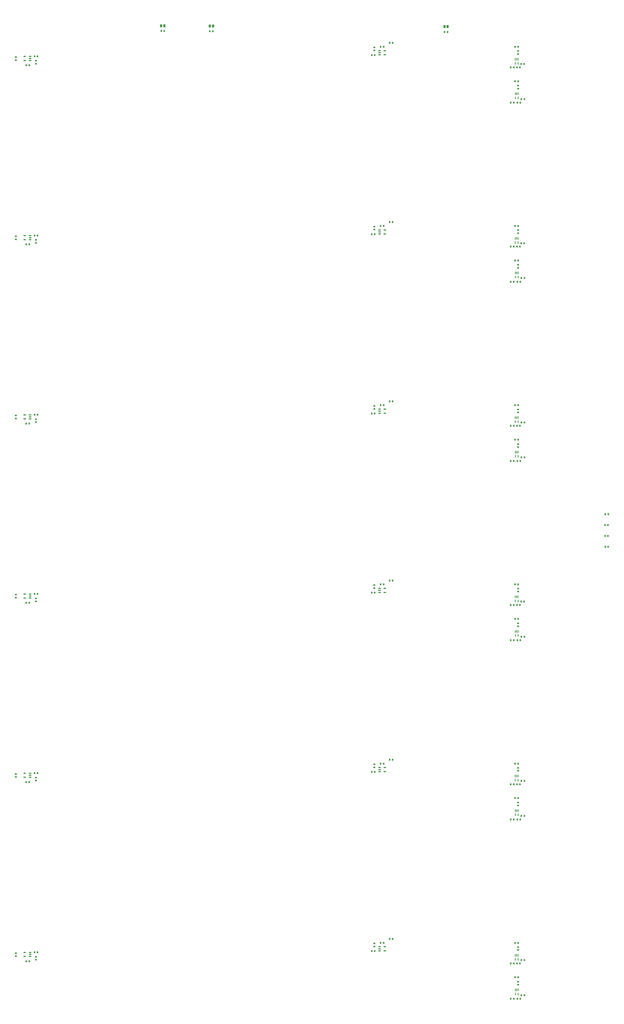
<source format=gbr>
%TF.GenerationSoftware,Altium Limited,Altium Designer,22.9.1 (49)*%
G04 Layer_Color=8421504*
%FSLAX45Y45*%
%MOMM*%
%TF.SameCoordinates,19B3199C-24C9-4E42-A554-521A99F5088D*%
%TF.FilePolarity,Positive*%
%TF.FileFunction,Paste,Top*%
%TF.Part,Single*%
G01*
G75*
%TA.AperFunction,SMDPad,CuDef*%
%ADD10R,0.80000X0.90000*%
%ADD11R,1.10000X1.40000*%
%ADD12R,0.90000X0.80000*%
G04:AMPARAMS|DCode=13|XSize=1.21mm|YSize=0.59mm|CornerRadius=0.1475mm|HoleSize=0mm|Usage=FLASHONLY|Rotation=180.000|XOffset=0mm|YOffset=0mm|HoleType=Round|Shape=RoundedRectangle|*
%AMROUNDEDRECTD13*
21,1,1.21000,0.29500,0,0,180.0*
21,1,0.91500,0.59000,0,0,180.0*
1,1,0.29500,-0.45750,0.14750*
1,1,0.29500,0.45750,0.14750*
1,1,0.29500,0.45750,-0.14750*
1,1,0.29500,-0.45750,-0.14750*
%
%ADD13ROUNDEDRECTD13*%
G04:AMPARAMS|DCode=14|XSize=1.19mm|YSize=0.4mm|CornerRadius=0.05mm|HoleSize=0mm|Usage=FLASHONLY|Rotation=270.000|XOffset=0mm|YOffset=0mm|HoleType=Round|Shape=RoundedRectangle|*
%AMROUNDEDRECTD14*
21,1,1.19000,0.30000,0,0,270.0*
21,1,1.09000,0.40000,0,0,270.0*
1,1,0.10000,-0.15000,-0.54500*
1,1,0.10000,-0.15000,0.54500*
1,1,0.10000,0.15000,0.54500*
1,1,0.10000,0.15000,-0.54500*
%
%ADD14ROUNDEDRECTD14*%
D10*
X23552000Y48260001D02*
D03*
X23692000D02*
D03*
X27298801Y3111500D02*
D03*
X27158801D02*
D03*
X27298801Y4762500D02*
D03*
X27158801D02*
D03*
X27298801Y11518900D02*
D03*
X27158801D02*
D03*
X27298801Y13157201D02*
D03*
X27158801D02*
D03*
X27286099Y21564600D02*
D03*
X27146100D02*
D03*
X27286099Y38354001D02*
D03*
X27146100D02*
D03*
X27298801Y36728400D02*
D03*
X27158801D02*
D03*
X27298801Y45110400D02*
D03*
X27158801D02*
D03*
X27286099Y46761401D02*
D03*
X27146100D02*
D03*
X27298801Y19913600D02*
D03*
X27158801D02*
D03*
X27298801Y28320999D02*
D03*
X27158801D02*
D03*
X27298801Y29959299D02*
D03*
X27158801D02*
D03*
X10395100Y48310800D02*
D03*
X10255100D02*
D03*
X12674600Y48298099D02*
D03*
X12534600D02*
D03*
X26860199Y3956200D02*
D03*
X27000201D02*
D03*
X26657001Y36553036D02*
D03*
X26797000D02*
D03*
X4311500Y47124771D02*
D03*
X4451500D02*
D03*
X20275700Y47181769D02*
D03*
X20135699D02*
D03*
X4311500Y38724734D02*
D03*
X4451500D02*
D03*
X20275700Y38781735D02*
D03*
X20135699D02*
D03*
X4311500Y30324701D02*
D03*
X4451500D02*
D03*
X20275700Y30381702D02*
D03*
X20135699D02*
D03*
X4311500Y21924667D02*
D03*
X4451500D02*
D03*
X20275700Y21981668D02*
D03*
X20135699D02*
D03*
X4311500Y13524634D02*
D03*
X4451500D02*
D03*
X20275700Y13581635D02*
D03*
X20135699D02*
D03*
X3917800Y4705500D02*
D03*
X4057800D02*
D03*
X4311500Y5124600D02*
D03*
X4451500D02*
D03*
X20275700Y5181600D02*
D03*
X20135699D02*
D03*
X26860199Y5569100D02*
D03*
X27000201D02*
D03*
X26797000Y4603900D02*
D03*
X26657001D02*
D03*
X27089401D02*
D03*
X26949399D02*
D03*
X26797000Y2952900D02*
D03*
X26657001D02*
D03*
X27108301Y2952900D02*
D03*
X26968301D02*
D03*
X20694800Y5569100D02*
D03*
X20554800D02*
D03*
X20973900Y5753100D02*
D03*
X21113901D02*
D03*
X20973900Y47753271D02*
D03*
X21113901D02*
D03*
X3917800Y46705670D02*
D03*
X4057800D02*
D03*
X20694800Y47569269D02*
D03*
X20554800D02*
D03*
X27108301Y44953070D02*
D03*
X26968301D02*
D03*
X26797000Y44953070D02*
D03*
X26657001D02*
D03*
X27089401Y46604071D02*
D03*
X26949399D02*
D03*
X26797000D02*
D03*
X26657001D02*
D03*
X26860199Y45956369D02*
D03*
X27000201D02*
D03*
X26860199Y47569269D02*
D03*
X27000201D02*
D03*
X20973900Y22553168D02*
D03*
X21113901D02*
D03*
X3917800Y21505568D02*
D03*
X4057800D02*
D03*
X20694800Y22369168D02*
D03*
X20554800D02*
D03*
X27108301Y19752968D02*
D03*
X26968301D02*
D03*
X26797000Y19752968D02*
D03*
X26657001D02*
D03*
X27089401Y21403967D02*
D03*
X26949399D02*
D03*
X26797000D02*
D03*
X26657001D02*
D03*
X26860199Y20756268D02*
D03*
X27000201D02*
D03*
X26860199Y22369168D02*
D03*
X27000201D02*
D03*
X20973900Y39353235D02*
D03*
X21113901D02*
D03*
X3917800Y38305637D02*
D03*
X4057800D02*
D03*
X20694800Y39169235D02*
D03*
X20554800D02*
D03*
X27108301Y36553036D02*
D03*
X26968301D02*
D03*
X27089401Y38204037D02*
D03*
X26949399D02*
D03*
X26797000D02*
D03*
X26657001D02*
D03*
X26860199Y37556335D02*
D03*
X27000201D02*
D03*
X26860199Y39169235D02*
D03*
X27000201D02*
D03*
Y30769202D02*
D03*
X26860199D02*
D03*
X27000201Y29156302D02*
D03*
X26860199D02*
D03*
X26657001Y29804001D02*
D03*
X26797000D02*
D03*
X26949399D02*
D03*
X27089401D02*
D03*
X26657001Y28153003D02*
D03*
X26797000D02*
D03*
X26968301Y28153003D02*
D03*
X27108301D02*
D03*
X20554800Y30769202D02*
D03*
X20694800D02*
D03*
X4057800Y29905603D02*
D03*
X3917800D02*
D03*
X21113901Y30953201D02*
D03*
X20973900D02*
D03*
X27000201Y12356234D02*
D03*
X26860199D02*
D03*
X27000201Y13969135D02*
D03*
X26860199D02*
D03*
X20554800Y13969135D02*
D03*
X20694800D02*
D03*
X21113901Y14153134D02*
D03*
X20973900D02*
D03*
X26657001Y13003934D02*
D03*
X26797000D02*
D03*
X26949399D02*
D03*
X27089401D02*
D03*
X26968301Y11352934D02*
D03*
X27108301D02*
D03*
X26657001Y11352934D02*
D03*
X26797000D02*
D03*
X4057800Y13105534D02*
D03*
X3917800D02*
D03*
X31095801Y25654001D02*
D03*
X31235800D02*
D03*
X31083099Y25146001D02*
D03*
X31223099D02*
D03*
X31083099Y24638000D02*
D03*
X31223099D02*
D03*
X31089600Y24130000D02*
D03*
X31229599D02*
D03*
D11*
X23695799Y48514001D02*
D03*
X23545799D02*
D03*
X10401300Y48552100D02*
D03*
X10251300D02*
D03*
X12686100Y48539401D02*
D03*
X12536100D02*
D03*
D12*
X4368800Y4915200D02*
D03*
Y4775200D02*
D03*
X3429000Y4946500D02*
D03*
Y5086500D02*
D03*
X27000201Y5232400D02*
D03*
Y5372400D02*
D03*
Y3606800D02*
D03*
Y3746800D02*
D03*
X20256500Y5397500D02*
D03*
Y5537500D02*
D03*
X3429000Y46946671D02*
D03*
Y47086670D02*
D03*
X4368800Y46915369D02*
D03*
Y46775369D02*
D03*
X20256500Y47397672D02*
D03*
Y47537671D02*
D03*
X27000201Y45606970D02*
D03*
Y45746970D02*
D03*
Y47232571D02*
D03*
Y47372571D02*
D03*
X3429000Y21746568D02*
D03*
Y21886568D02*
D03*
X4368800Y21715268D02*
D03*
Y21575269D02*
D03*
X20256500Y22197568D02*
D03*
Y22337569D02*
D03*
X27000201Y20406868D02*
D03*
Y20546867D02*
D03*
Y22032468D02*
D03*
Y22172469D02*
D03*
X3429000Y38546637D02*
D03*
Y38686636D02*
D03*
X4368800Y38515335D02*
D03*
Y38375336D02*
D03*
X20256500Y38997635D02*
D03*
Y39137637D02*
D03*
X27000201Y37206937D02*
D03*
Y37346936D02*
D03*
Y38832535D02*
D03*
Y38972537D02*
D03*
Y30572501D02*
D03*
Y30432501D02*
D03*
Y28946902D02*
D03*
Y28806903D02*
D03*
X20256500Y30737601D02*
D03*
Y30597601D02*
D03*
X4368800Y29975302D02*
D03*
Y30115302D02*
D03*
X3429000Y30286603D02*
D03*
Y30146603D02*
D03*
X20256500Y13937534D02*
D03*
Y13797534D02*
D03*
X27000201Y13772433D02*
D03*
Y13632434D02*
D03*
Y12146834D02*
D03*
Y12006834D02*
D03*
X3429000Y13486534D02*
D03*
Y13346535D02*
D03*
X4368800Y13175233D02*
D03*
Y13315234D02*
D03*
D13*
X4100600Y4928000D02*
D03*
Y5023000D02*
D03*
Y5118000D02*
D03*
X3849600D02*
D03*
Y4928000D02*
D03*
X20497800Y5384700D02*
D03*
Y5289700D02*
D03*
Y5194700D02*
D03*
X20748801D02*
D03*
Y5384700D02*
D03*
X4100600Y46928171D02*
D03*
Y47023169D02*
D03*
Y47118170D02*
D03*
X3849600D02*
D03*
Y46928171D02*
D03*
X20497800Y47384869D02*
D03*
Y47289871D02*
D03*
Y47194870D02*
D03*
X20748801D02*
D03*
Y47384869D02*
D03*
X4100600Y21728069D02*
D03*
Y21823068D02*
D03*
Y21918068D02*
D03*
X3849600D02*
D03*
Y21728069D02*
D03*
X20497800Y22184769D02*
D03*
Y22089767D02*
D03*
Y21994768D02*
D03*
X20748801D02*
D03*
Y22184769D02*
D03*
X4100600Y38528137D02*
D03*
Y38623135D02*
D03*
Y38718137D02*
D03*
X3849600D02*
D03*
Y38528137D02*
D03*
X20497800Y38984836D02*
D03*
Y38889835D02*
D03*
Y38794836D02*
D03*
X20748801D02*
D03*
Y38984836D02*
D03*
Y30584802D02*
D03*
Y30394803D02*
D03*
X20497800D02*
D03*
Y30489801D02*
D03*
Y30584802D02*
D03*
X3849600Y30128101D02*
D03*
Y30318103D02*
D03*
X4100600D02*
D03*
Y30223102D02*
D03*
Y30128101D02*
D03*
X20748801Y13784734D02*
D03*
Y13594734D02*
D03*
X20497800D02*
D03*
Y13689734D02*
D03*
Y13784734D02*
D03*
X3849600Y13328033D02*
D03*
Y13518034D02*
D03*
X4100600D02*
D03*
Y13423035D02*
D03*
Y13328033D02*
D03*
D14*
X27000201Y4986400D02*
D03*
X26935199D02*
D03*
X26870200D02*
D03*
Y4794400D02*
D03*
X27000201D02*
D03*
X27001700Y3366400D02*
D03*
X26936700D02*
D03*
X26871701D02*
D03*
Y3174400D02*
D03*
X27001700D02*
D03*
Y45366571D02*
D03*
X26936700D02*
D03*
X26871701D02*
D03*
Y45174570D02*
D03*
X27001700D02*
D03*
X27000201Y46986569D02*
D03*
X26935199D02*
D03*
X26870200D02*
D03*
Y46794571D02*
D03*
X27000201D02*
D03*
X27001700Y20166467D02*
D03*
X26936700D02*
D03*
X26871701D02*
D03*
Y19974467D02*
D03*
X27001700D02*
D03*
X27000201Y21786469D02*
D03*
X26935199D02*
D03*
X26870200D02*
D03*
Y21594469D02*
D03*
X27000201D02*
D03*
X27001700Y36966537D02*
D03*
X26936700D02*
D03*
X26871701D02*
D03*
Y36774536D02*
D03*
X27001700D02*
D03*
X27000201Y38586536D02*
D03*
X26935199D02*
D03*
X26870200D02*
D03*
Y38394537D02*
D03*
X27000201D02*
D03*
Y29994501D02*
D03*
X26870200D02*
D03*
Y30186502D02*
D03*
X26935199D02*
D03*
X27000201D02*
D03*
X27001700Y28374503D02*
D03*
X26871701D02*
D03*
Y28566501D02*
D03*
X26936700D02*
D03*
X27001700D02*
D03*
Y11574434D02*
D03*
X26871701D02*
D03*
Y11766434D02*
D03*
X26936700D02*
D03*
X27001700D02*
D03*
X27000201Y13194434D02*
D03*
X26870200D02*
D03*
Y13386433D02*
D03*
X26935199D02*
D03*
X27000201D02*
D03*
%TF.MD5,9b23e8431e7c8656b1cfce1c91b83fa3*%
M02*

</source>
